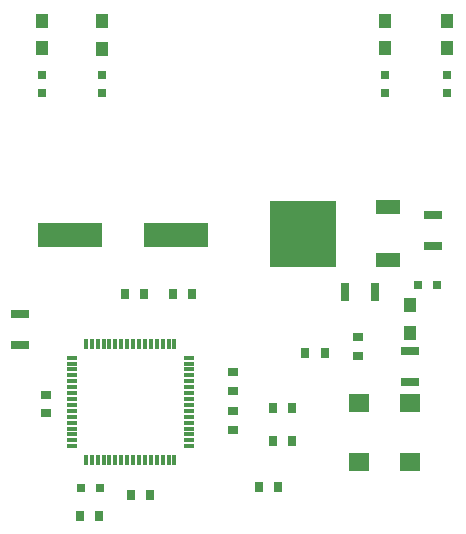
<source format=gtp>
%FSLAX44Y44*%
%MOMM*%
G71*
G01*
G75*
G04 Layer_Color=8421504*
%ADD10R,0.8000X0.9000*%
%ADD11R,0.9000X0.8000*%
%ADD12R,1.5000X0.8000*%
%ADD13R,0.8000X1.5000*%
%ADD14R,1.1000X1.2500*%
G04:AMPARAMS|DCode=15|XSize=1.25mm|YSize=1.1mm|CornerRadius=0.275mm|HoleSize=0mm|Usage=FLASHONLY|Rotation=90.000|XOffset=0mm|YOffset=0mm|HoleType=Round|Shape=RoundedRectangle|*
%AMROUNDEDRECTD15*
21,1,1.2500,0.5500,0,0,90.0*
21,1,0.7000,1.1000,0,0,90.0*
1,1,0.5500,0.2750,0.3500*
1,1,0.5500,0.2750,-0.3500*
1,1,0.5500,-0.2750,-0.3500*
1,1,0.5500,-0.2750,0.3500*
%
%ADD15ROUNDEDRECTD15*%
%ADD16R,1.6800X1.5600*%
%ADD17R,0.8000X0.8000*%
%ADD18R,0.8000X0.8000*%
%ADD19R,0.7000X0.9500*%
%ADD20R,5.6000X5.6000*%
%ADD21R,2.0000X1.2000*%
%ADD22R,5.5000X2.0000*%
%ADD23R,0.3000X0.8500*%
%ADD24R,0.8500X0.3000*%
%ADD25C,0.2540*%
%ADD26C,1.0000*%
%ADD27C,1.2500*%
%ADD28C,2.4000*%
%ADD29C,3.2500*%
%ADD30C,1.5000*%
%ADD31C,0.7000*%
%ADD32C,0.1000*%
%ADD33C,0.2000*%
%ADD34C,0.2500*%
%ADD35C,0.3000*%
D10*
X223250Y166500D02*
D03*
X239250D02*
D03*
X235000Y206000D02*
D03*
X251000D02*
D03*
X114750Y160000D02*
D03*
X130750D02*
D03*
X166500Y330000D02*
D03*
X150500D02*
D03*
X235000Y234000D02*
D03*
X251000D02*
D03*
X126250Y330000D02*
D03*
X110250D02*
D03*
X88010Y142240D02*
D03*
X72010D02*
D03*
D11*
X307000Y294000D02*
D03*
Y278000D02*
D03*
X201000Y248000D02*
D03*
Y264000D02*
D03*
X43000Y229000D02*
D03*
Y245000D02*
D03*
X201000Y231000D02*
D03*
Y215000D02*
D03*
D12*
X351000Y256000D02*
D03*
X351000Y282000D02*
D03*
X371000Y397000D02*
D03*
X371000Y371000D02*
D03*
X21000Y287000D02*
D03*
X21000Y313000D02*
D03*
D13*
X296000Y332000D02*
D03*
X322000Y332000D02*
D03*
D14*
X330200Y538160D02*
D03*
X90170Y537780D02*
D03*
X39370Y538160D02*
D03*
X351000Y320750D02*
D03*
X382270Y538160D02*
D03*
D15*
X330200Y561660D02*
D03*
X90170Y561280D02*
D03*
X39370Y561660D02*
D03*
X351000Y297250D02*
D03*
X382270Y561660D02*
D03*
D16*
X308000Y188000D02*
D03*
Y238000D02*
D03*
X351000D02*
D03*
Y188000D02*
D03*
D17*
X330200Y500000D02*
D03*
Y516000D02*
D03*
X90170Y500000D02*
D03*
Y516000D02*
D03*
X39370Y500000D02*
D03*
Y516000D02*
D03*
X382270Y500000D02*
D03*
Y516000D02*
D03*
D18*
X73000Y166000D02*
D03*
X89000D02*
D03*
X374000Y338000D02*
D03*
X358000D02*
D03*
D19*
X262750Y280000D02*
D03*
X279250D02*
D03*
D20*
X260250Y381250D02*
D03*
D21*
X332250Y403750D02*
D03*
Y358750D02*
D03*
D22*
X63000Y380000D02*
D03*
X153000D02*
D03*
D23*
X76800Y189760D02*
D03*
X81800D02*
D03*
X86800D02*
D03*
X91800D02*
D03*
X96800D02*
D03*
X101800D02*
D03*
X106800D02*
D03*
X111800D02*
D03*
X116800D02*
D03*
X121800D02*
D03*
X126800D02*
D03*
X131800D02*
D03*
X136800D02*
D03*
X141800D02*
D03*
X146800D02*
D03*
X151800D02*
D03*
X151800Y287760D02*
D03*
X146800D02*
D03*
X141800D02*
D03*
X136800D02*
D03*
X131800D02*
D03*
X126800D02*
D03*
X121800D02*
D03*
X116800D02*
D03*
X111800D02*
D03*
X106800D02*
D03*
X101800D02*
D03*
X96800D02*
D03*
X91800D02*
D03*
X86800D02*
D03*
X81800D02*
D03*
X76800Y287760D02*
D03*
D24*
X163800Y201260D02*
D03*
Y206260D02*
D03*
Y211260D02*
D03*
Y216260D02*
D03*
Y221260D02*
D03*
Y226260D02*
D03*
Y231260D02*
D03*
Y236260D02*
D03*
Y241260D02*
D03*
Y246260D02*
D03*
Y251260D02*
D03*
Y256260D02*
D03*
Y261260D02*
D03*
Y266260D02*
D03*
Y271260D02*
D03*
Y276260D02*
D03*
X65300D02*
D03*
Y271260D02*
D03*
Y266260D02*
D03*
Y261260D02*
D03*
Y256260D02*
D03*
Y251260D02*
D03*
Y246260D02*
D03*
Y241260D02*
D03*
Y236260D02*
D03*
Y231260D02*
D03*
Y226260D02*
D03*
Y221260D02*
D03*
Y216260D02*
D03*
Y211260D02*
D03*
Y206260D02*
D03*
Y201260D02*
D03*
M02*

</source>
